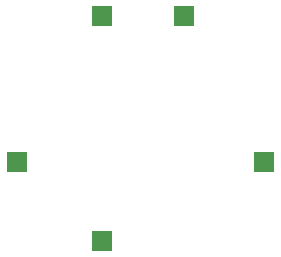
<source format=gbs>
G04 #@! TF.GenerationSoftware,KiCad,Pcbnew,7.0.1*
G04 #@! TF.CreationDate,2023-04-30T12:57:05-04:00*
G04 #@! TF.ProjectId,cord reel detent ring,636f7264-2072-4656-956c-20646574656e,rev?*
G04 #@! TF.SameCoordinates,Original*
G04 #@! TF.FileFunction,Soldermask,Bot*
G04 #@! TF.FilePolarity,Negative*
%FSLAX46Y46*%
G04 Gerber Fmt 4.6, Leading zero omitted, Abs format (unit mm)*
G04 Created by KiCad (PCBNEW 7.0.1) date 2023-04-30 12:57:05*
%MOMM*%
%LPD*%
G01*
G04 APERTURE LIST*
%ADD10R,1.700000X1.700000*%
G04 APERTURE END LIST*
D10*
X-3175000Y-6985000D03*
X3810000Y12065000D03*
X10550000Y-270000D03*
X-3175000Y12065000D03*
X-10390000Y-310000D03*
M02*

</source>
